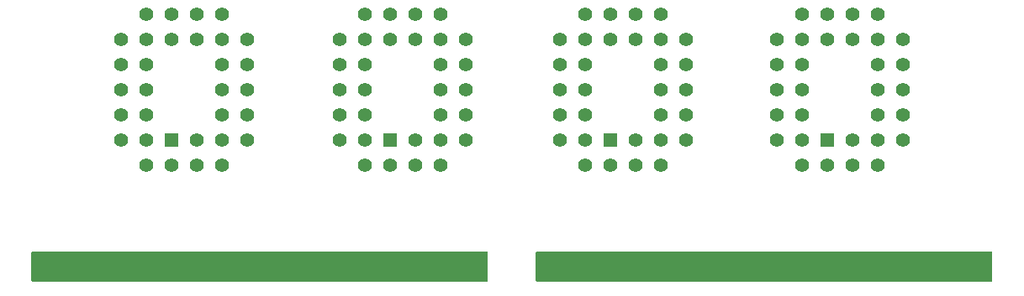
<source format=gts>
G04 #@! TF.GenerationSoftware,KiCad,Pcbnew,7.0.9*
G04 #@! TF.CreationDate,2024-06-30T23:03:45+02:00*
G04 #@! TF.ProjectId,simm72_rom_2M55,73696d6d-3732-45f7-926f-6d5f324d3535,A0*
G04 #@! TF.SameCoordinates,Original*
G04 #@! TF.FileFunction,Soldermask,Top*
G04 #@! TF.FilePolarity,Negative*
%FSLAX46Y46*%
G04 Gerber Fmt 4.6, Leading zero omitted, Abs format (unit mm)*
G04 Created by KiCad (PCBNEW 7.0.9) date 2024-06-30 23:03:45*
%MOMM*%
%LPD*%
G01*
G04 APERTURE LIST*
%ADD10R,1.040000X2.540000*%
%ADD11R,1.422400X1.422400*%
%ADD12C,1.422400*%
G04 APERTURE END LIST*
D10*
X57375000Y-113921000D03*
X58645000Y-113921000D03*
X59915000Y-113921000D03*
X61185000Y-113921000D03*
X62455000Y-113921000D03*
X63725000Y-113921000D03*
X64995000Y-113921000D03*
X66265000Y-113921000D03*
X67535000Y-113921000D03*
X68805000Y-113921000D03*
X70075000Y-113921000D03*
X71345000Y-113921000D03*
X72615000Y-113921000D03*
X73885000Y-113921000D03*
X75155000Y-113921000D03*
X76425000Y-113921000D03*
X77695000Y-113921000D03*
X78965000Y-113921000D03*
X80235000Y-113921000D03*
X81505000Y-113921000D03*
X82775000Y-113921000D03*
X84045000Y-113921000D03*
X85315000Y-113921000D03*
X86585000Y-113921000D03*
X87855000Y-113921000D03*
X89125000Y-113921000D03*
X90395000Y-113921000D03*
X91665000Y-113921000D03*
X92935000Y-113921000D03*
X94205000Y-113921000D03*
X95475000Y-113921000D03*
X96745000Y-113921000D03*
X98015000Y-113921000D03*
X99285000Y-113921000D03*
X100555000Y-113921000D03*
X101825000Y-113921000D03*
X108175000Y-113921000D03*
X109445000Y-113921000D03*
X110715000Y-113921000D03*
X111985000Y-113921000D03*
X113255000Y-113921000D03*
X114525000Y-113921000D03*
X115795000Y-113921000D03*
X117065000Y-113921000D03*
X118335000Y-113921000D03*
X119605000Y-113921000D03*
X120875000Y-113921000D03*
X122145000Y-113921000D03*
X123415000Y-113921000D03*
X124685000Y-113921000D03*
X125955000Y-113921000D03*
X127225000Y-113921000D03*
X128495000Y-113921000D03*
X129765000Y-113921000D03*
X131035000Y-113921000D03*
X132305000Y-113921000D03*
X133575000Y-113921000D03*
X134845000Y-113921000D03*
X136115000Y-113921000D03*
X137385000Y-113921000D03*
X138655000Y-113921000D03*
X139925000Y-113921000D03*
X141195000Y-113921000D03*
X142465000Y-113921000D03*
X143735000Y-113921000D03*
X145005000Y-113921000D03*
X146275000Y-113921000D03*
X147545000Y-113921000D03*
X148815000Y-113921000D03*
X150085000Y-113921000D03*
X151355000Y-113921000D03*
X152625000Y-113921000D03*
D11*
X92730000Y-101080000D03*
D12*
X95270000Y-103620000D03*
X95270000Y-101080000D03*
X97810000Y-103620000D03*
X100350000Y-101080000D03*
X97810000Y-101080000D03*
X100350000Y-98540000D03*
X97810000Y-98540000D03*
X100350000Y-96000000D03*
X97810000Y-96000000D03*
X100350000Y-93460000D03*
X97810000Y-93460000D03*
X100350000Y-90920000D03*
X97810000Y-88380000D03*
X97810000Y-90920000D03*
X95270000Y-88380000D03*
X95270000Y-90920000D03*
X92730000Y-88380000D03*
X92730000Y-90920000D03*
X90190000Y-88380000D03*
X87650000Y-90920000D03*
X90190000Y-90920000D03*
X87650000Y-93460000D03*
X90190000Y-93460000D03*
X87650000Y-96000000D03*
X90190000Y-96000000D03*
X87650000Y-98540000D03*
X90190000Y-98540000D03*
X87650000Y-101080000D03*
X90190000Y-103620000D03*
X90190000Y-101080000D03*
X92730000Y-103620000D03*
D11*
X136730000Y-101080000D03*
D12*
X139270000Y-103620000D03*
X139270000Y-101080000D03*
X141810000Y-103620000D03*
X144350000Y-101080000D03*
X141810000Y-101080000D03*
X144350000Y-98540000D03*
X141810000Y-98540000D03*
X144350000Y-96000000D03*
X141810000Y-96000000D03*
X144350000Y-93460000D03*
X141810000Y-93460000D03*
X144350000Y-90920000D03*
X141810000Y-88380000D03*
X141810000Y-90920000D03*
X139270000Y-88380000D03*
X139270000Y-90920000D03*
X136730000Y-88380000D03*
X136730000Y-90920000D03*
X134190000Y-88380000D03*
X131650000Y-90920000D03*
X134190000Y-90920000D03*
X131650000Y-93460000D03*
X134190000Y-93460000D03*
X131650000Y-96000000D03*
X134190000Y-96000000D03*
X131650000Y-98540000D03*
X134190000Y-98540000D03*
X131650000Y-101080000D03*
X134190000Y-103620000D03*
X134190000Y-101080000D03*
X136730000Y-103620000D03*
D11*
X70730000Y-101080000D03*
D12*
X73270000Y-103620000D03*
X73270000Y-101080000D03*
X75810000Y-103620000D03*
X78350000Y-101080000D03*
X75810000Y-101080000D03*
X78350000Y-98540000D03*
X75810000Y-98540000D03*
X78350000Y-96000000D03*
X75810000Y-96000000D03*
X78350000Y-93460000D03*
X75810000Y-93460000D03*
X78350000Y-90920000D03*
X75810000Y-88380000D03*
X75810000Y-90920000D03*
X73270000Y-88380000D03*
X73270000Y-90920000D03*
X70730000Y-88380000D03*
X70730000Y-90920000D03*
X68190000Y-88380000D03*
X65650000Y-90920000D03*
X68190000Y-90920000D03*
X65650000Y-93460000D03*
X68190000Y-93460000D03*
X65650000Y-96000000D03*
X68190000Y-96000000D03*
X65650000Y-98540000D03*
X68190000Y-98540000D03*
X65650000Y-101080000D03*
X68190000Y-103620000D03*
X68190000Y-101080000D03*
X70730000Y-103620000D03*
D11*
X114920000Y-101080000D03*
D12*
X117460000Y-103620000D03*
X117460000Y-101080000D03*
X120000000Y-103620000D03*
X122540000Y-101080000D03*
X120000000Y-101080000D03*
X122540000Y-98540000D03*
X120000000Y-98540000D03*
X122540000Y-96000000D03*
X120000000Y-96000000D03*
X122540000Y-93460000D03*
X120000000Y-93460000D03*
X122540000Y-90920000D03*
X120000000Y-88380000D03*
X120000000Y-90920000D03*
X117460000Y-88380000D03*
X117460000Y-90920000D03*
X114920000Y-88380000D03*
X114920000Y-90920000D03*
X112380000Y-88380000D03*
X109840000Y-90920000D03*
X112380000Y-90920000D03*
X109840000Y-93460000D03*
X112380000Y-93460000D03*
X109840000Y-96000000D03*
X112380000Y-96000000D03*
X109840000Y-98540000D03*
X112380000Y-98540000D03*
X109840000Y-101080000D03*
X112380000Y-103620000D03*
X112380000Y-101080000D03*
X114920000Y-103620000D03*
G36*
X102530039Y-112391285D02*
G01*
X102575794Y-112444089D01*
X102587000Y-112495600D01*
X102587000Y-115321000D01*
X102567315Y-115388039D01*
X102514511Y-115433794D01*
X102463000Y-115445000D01*
X56737000Y-115445000D01*
X56669961Y-115425315D01*
X56624206Y-115372511D01*
X56613000Y-115321000D01*
X56613000Y-112495600D01*
X56632685Y-112428561D01*
X56685489Y-112382806D01*
X56737000Y-112371600D01*
X102463000Y-112371600D01*
X102530039Y-112391285D01*
G37*
G36*
X153330039Y-112391285D02*
G01*
X153375794Y-112444089D01*
X153387000Y-112495600D01*
X153387000Y-115321000D01*
X153367315Y-115388039D01*
X153314511Y-115433794D01*
X153263000Y-115445000D01*
X107537000Y-115445000D01*
X107469961Y-115425315D01*
X107424206Y-115372511D01*
X107413000Y-115321000D01*
X107413000Y-112495600D01*
X107432685Y-112428561D01*
X107485489Y-112382806D01*
X107537000Y-112371600D01*
X153263000Y-112371600D01*
X153330039Y-112391285D01*
G37*
M02*

</source>
